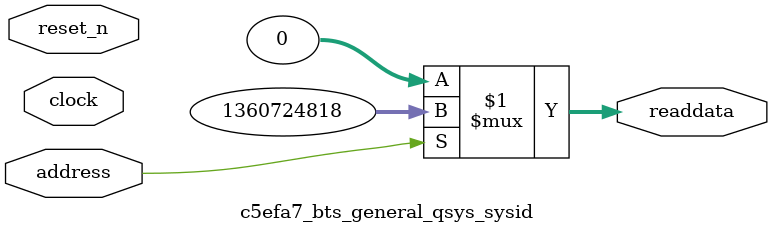
<source format=v>

`timescale 1ns / 1ps
// synthesis translate_on

// turn off superfluous verilog processor warnings 
// altera message_level Level1 
// altera message_off 10034 10035 10036 10037 10230 10240 10030 

module c5efa7_bts_general_qsys_sysid (
               // inputs:
                address,
                clock,
                reset_n,

               // outputs:
                readdata
             )
;

  output  [ 31: 0] readdata;
  input            address;
  input            clock;
  input            reset_n;

  wire    [ 31: 0] readdata;
  //control_slave, which is an e_avalon_slave
  assign readdata = address ? 1360724818 : 0;

endmodule




</source>
